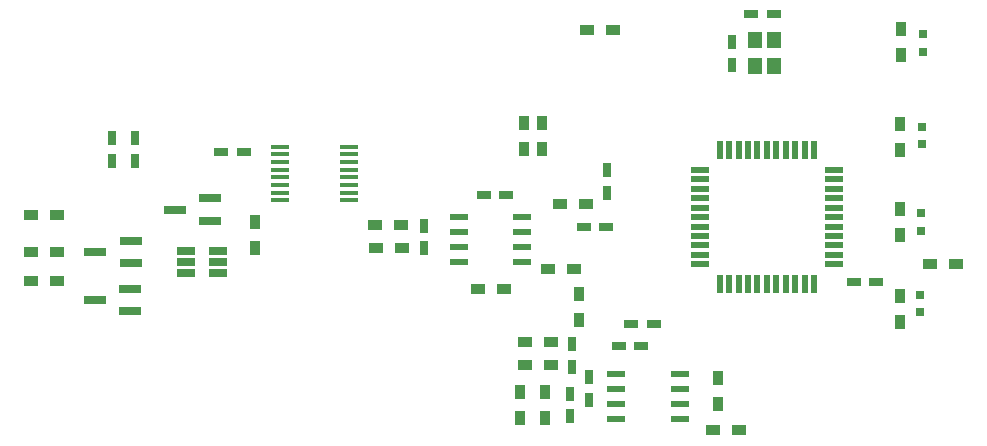
<source format=gbr>
G04 #@! TF.FileFunction,Paste,Bot*
%FSLAX46Y46*%
G04 Gerber Fmt 4.6, Leading zero omitted, Abs format (unit mm)*
G04 Created by KiCad (PCBNEW 4.0.5+dfsg1-4) date Fri Oct  5 16:33:36 2018*
%MOMM*%
%LPD*%
G01*
G04 APERTURE LIST*
%ADD10C,0.100000*%
%ADD11R,1.200000X0.750000*%
%ADD12R,1.200000X0.900000*%
%ADD13R,0.750000X1.200000*%
%ADD14R,0.797560X0.797560*%
%ADD15R,0.900000X1.200000*%
%ADD16R,1.500000X0.550000*%
%ADD17R,0.550000X1.500000*%
%ADD18R,1.550000X0.600000*%
%ADD19R,1.200000X1.400000*%
%ADD20R,1.900000X0.800000*%
%ADD21R,1.560000X0.650000*%
%ADD22R,1.500000X0.450000*%
G04 APERTURE END LIST*
D10*
D11*
X116550000Y-83200000D03*
X114650000Y-83200000D03*
D12*
X64860000Y-77750000D03*
X67060000Y-77750000D03*
X67060000Y-72130000D03*
X64860000Y-72130000D03*
D11*
X127769496Y-55141946D03*
X125869496Y-55141946D03*
D13*
X112100000Y-85850000D03*
X112100000Y-87750000D03*
X110500000Y-89150000D03*
X110500000Y-87250000D03*
X98200000Y-74950000D03*
X98200000Y-73050000D03*
X124219496Y-59391946D03*
X124219496Y-57491946D03*
X113700000Y-68350000D03*
X113700000Y-70250000D03*
X71760000Y-67530000D03*
X71760000Y-65630000D03*
D14*
X140200000Y-80374300D03*
X140200000Y-78875700D03*
X140247767Y-73435335D03*
X140247767Y-71936735D03*
X140347767Y-66135335D03*
X140347767Y-64636735D03*
X140447767Y-58335335D03*
X140447767Y-56836735D03*
D12*
X109700000Y-71190000D03*
X111900000Y-71190000D03*
D15*
X138447767Y-78986035D03*
X138447767Y-81186035D03*
X138447767Y-73786035D03*
X138447767Y-71586035D03*
X138447767Y-66586035D03*
X138447767Y-64386035D03*
X138547767Y-58586035D03*
X138547767Y-56386035D03*
D12*
X143230000Y-76280000D03*
X141030000Y-76280000D03*
D15*
X108200000Y-66500000D03*
X108200000Y-64300000D03*
X106600000Y-66500000D03*
X106600000Y-64300000D03*
D12*
X111940000Y-56440000D03*
X114140000Y-56440000D03*
X108900000Y-84800000D03*
X106700000Y-84800000D03*
X106700000Y-82900000D03*
X108900000Y-82900000D03*
D15*
X106300000Y-89300000D03*
X106300000Y-87100000D03*
X108400000Y-89300000D03*
X108400000Y-87100000D03*
D12*
X96300000Y-74900000D03*
X94100000Y-74900000D03*
X96200000Y-73000000D03*
X94000000Y-73000000D03*
X104900000Y-78400000D03*
X102700000Y-78400000D03*
D16*
X121500000Y-76300000D03*
X121500000Y-75500000D03*
X121500000Y-74700000D03*
X121500000Y-73900000D03*
X121500000Y-73100000D03*
X121500000Y-72300000D03*
X121500000Y-71500000D03*
X121500000Y-70700000D03*
X121500000Y-69900000D03*
X121500000Y-69100000D03*
X121500000Y-68300000D03*
D17*
X123200000Y-66600000D03*
X124000000Y-66600000D03*
X124800000Y-66600000D03*
X125600000Y-66600000D03*
X126400000Y-66600000D03*
X127200000Y-66600000D03*
X128000000Y-66600000D03*
X128800000Y-66600000D03*
X129600000Y-66600000D03*
X130400000Y-66600000D03*
X131200000Y-66600000D03*
D16*
X132900000Y-68300000D03*
X132900000Y-69100000D03*
X132900000Y-69900000D03*
X132900000Y-70700000D03*
X132900000Y-71500000D03*
X132900000Y-72300000D03*
X132900000Y-73100000D03*
X132900000Y-73900000D03*
X132900000Y-74700000D03*
X132900000Y-75500000D03*
X132900000Y-76300000D03*
D17*
X131200000Y-78000000D03*
X130400000Y-78000000D03*
X129600000Y-78000000D03*
X128800000Y-78000000D03*
X128000000Y-78000000D03*
X127200000Y-78000000D03*
X126400000Y-78000000D03*
X125600000Y-78000000D03*
X124800000Y-78000000D03*
X124000000Y-78000000D03*
X123200000Y-78000000D03*
D18*
X114450000Y-89355000D03*
X114450000Y-88085000D03*
X114450000Y-86815000D03*
X114450000Y-85545000D03*
X119850000Y-85545000D03*
X119850000Y-86815000D03*
X119850000Y-88085000D03*
X119850000Y-89355000D03*
D19*
X127819496Y-57341946D03*
X127819496Y-59541946D03*
X126219496Y-57341946D03*
X126219496Y-59541946D03*
D11*
X115720000Y-81380000D03*
X117620000Y-81380000D03*
X103250000Y-70400000D03*
X105150000Y-70400000D03*
X136480000Y-77810000D03*
X134580000Y-77810000D03*
D18*
X101100000Y-76105000D03*
X101100000Y-74835000D03*
X101100000Y-73565000D03*
X101100000Y-72295000D03*
X106500000Y-72295000D03*
X106500000Y-73565000D03*
X106500000Y-74835000D03*
X106500000Y-76105000D03*
D15*
X123100000Y-88100000D03*
X123100000Y-85900000D03*
X111300000Y-78800000D03*
X111300000Y-81000000D03*
D12*
X110900000Y-76700000D03*
X108700000Y-76700000D03*
D13*
X110700000Y-84950000D03*
X110700000Y-83050000D03*
D20*
X73280000Y-78370000D03*
X73280000Y-80270000D03*
X70280000Y-79320000D03*
X73350000Y-74290000D03*
X73350000Y-76190000D03*
X70350000Y-75240000D03*
X80090000Y-70710000D03*
X80090000Y-72610000D03*
X77090000Y-71660000D03*
D12*
X67060000Y-75280000D03*
X64860000Y-75280000D03*
D15*
X83870000Y-72730000D03*
X83870000Y-74930000D03*
D21*
X78000000Y-77050000D03*
X78000000Y-76100000D03*
X78000000Y-75150000D03*
X80700000Y-75150000D03*
X80700000Y-77050000D03*
X80700000Y-76100000D03*
D12*
X122640000Y-90330000D03*
X124840000Y-90330000D03*
D11*
X113600000Y-73110000D03*
X111700000Y-73110000D03*
D13*
X73730000Y-67530000D03*
X73730000Y-65630000D03*
D22*
X91860000Y-66335000D03*
X91860000Y-66985000D03*
X91860000Y-67635000D03*
X91860000Y-68285000D03*
X91860000Y-68935000D03*
X91860000Y-69585000D03*
X91860000Y-70235000D03*
X91860000Y-70885000D03*
X85960000Y-70885000D03*
X85960000Y-70235000D03*
X85960000Y-69585000D03*
X85960000Y-68935000D03*
X85960000Y-68285000D03*
X85960000Y-67635000D03*
X85960000Y-66985000D03*
X85960000Y-66335000D03*
D11*
X80990000Y-66760000D03*
X82890000Y-66760000D03*
M02*

</source>
